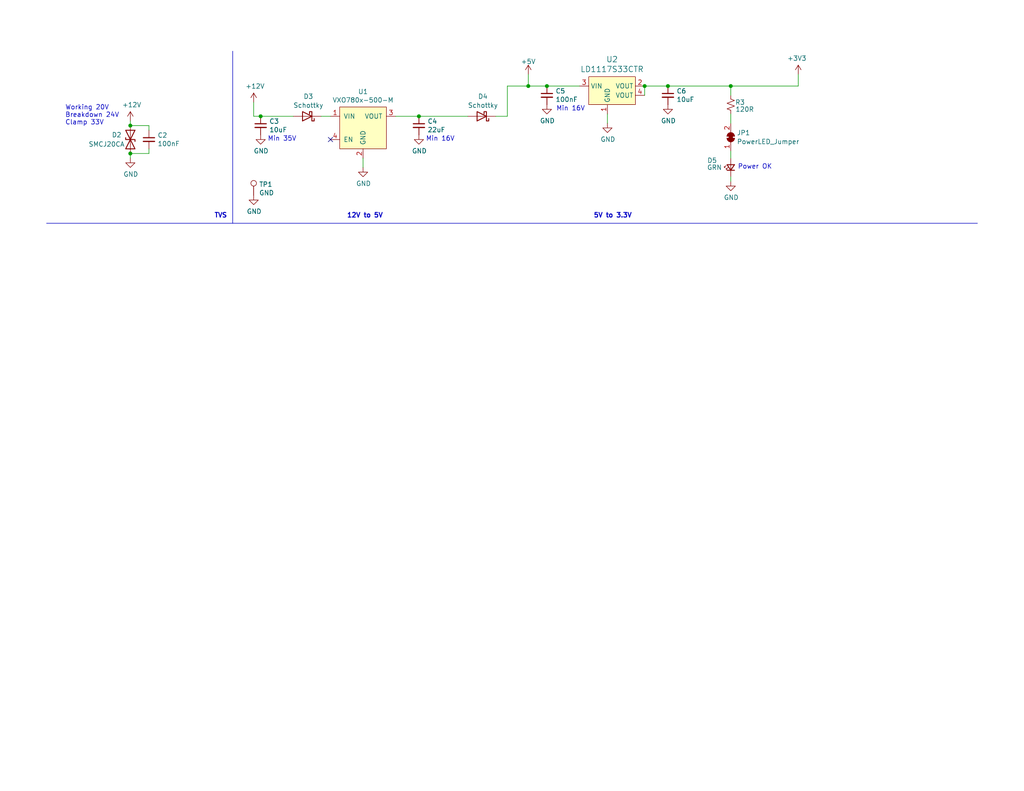
<source format=kicad_sch>
(kicad_sch (version 20231120) (generator "eeschema") (generator_version "8.0")
  (paper "USLetter")
  (title_block (title "dingoPDM-Max") (date "2024-09-06") (rev "v1.0") (comment 3 "github.com/corygrant") (comment 4 "Cory Grant"))
  (lib_symbols
    (symbol "CUI_Regulators:VXO780x-500-M" (pin_names (offset 1.016))
      (property "Reference" "U" (at 3.81 -7.62 0))
      (property "Value" "VXO780x-500-M" (at 0 6.35 0))
      (symbol "VXO780x-500-M_0_1"
        (rectangle (start -6.35 5.08) (end 6.35 -6.35) (fill (type background)))
      )
      (symbol "VXO780x-500-M_1_1"
        (pin power_in line (at -8.89 2.54 0) (length 2.54) (name "VIN") (number "1"))
        (pin power_in line (at 0 -8.89 90) (length 2.54) (name "GND") (number "2"))
        (pin power_out line (at 8.89 2.54 180) (length 2.54) (name "VOUT") (number "3"))
        (pin input line (at -8.89 -3.81 0) (length 2.54) (name "EN") (number "4"))
      )
    )
    (symbol "Connector:TestPoint" (pin_numbers hide) (pin_names (offset 0.762) hide)
      (property "Reference" "TP" (at 0 6.858 0))
      (property "Value" "TestPoint" (at 0 5.08 0))
      (symbol "TestPoint_0_1"
        (circle (center 0 3.302) (radius 0.762))
      )
      (symbol "TestPoint_1_1"
        (pin passive line (at 0 0 90) (length 2.54) (name "1") (number "1"))
      )
    )
    (symbol "Device:C_Small" (pin_numbers hide) (pin_names (offset 0.254) hide)
      (property "Reference" "C" (at 0.254 1.778 0))
      (property "Value" "C_Small" (at 0.254 -2.032 0))
      (symbol "C_Small_0_1"
        (polyline (pts (xy -1.524 -0.508) (xy 1.524 -0.508)) (stroke (width 0.3302)))
        (polyline (pts (xy -1.524 0.508) (xy 1.524 0.508)) (stroke (width 0.3048)))
      )
      (symbol "C_Small_1_1"
        (pin passive line (at 0 2.54 270) (length 2.032) (name "~") (number "1"))
        (pin passive line (at 0 -2.54 90) (length 2.032) (name "~") (number "2"))
      )
    )
    (symbol "Device:D_Schottky" (pin_numbers hide) (pin_names (offset 1.016) hide)
      (property "Reference" "D" (at 0 2.54 0))
      (property "Value" "D_Schottky" (at 0 -2.54 0))
      (symbol "D_Schottky_0_1"
        (polyline (pts (xy 1.27 0) (xy -1.27 0)))
        (polyline (pts (xy 1.27 1.27) (xy 1.27 -1.27) (xy -1.27 0) (xy 1.27 1.27)) (stroke (width 0.254)))
        (polyline (pts (xy -1.905 0.635) (xy -1.905 1.27) (xy -1.27 1.27) (xy -1.27 -1.27) (xy -0.635 -1.27) (xy -0.635 -0.635)) (stroke (width 0.254)))
      )
      (symbol "D_Schottky_1_1"
        (pin passive line (at -3.81 0 0) (length 2.54) (name "K") (number "1"))
        (pin passive line (at 3.81 0 180) (length 2.54) (name "A") (number "2"))
      )
    )
    (symbol "Device:D_TVS" (pin_numbers hide) (pin_names (offset 1.016) hide)
      (property "Reference" "D" (at 0 2.54 0))
      (property "Value" "D_TVS" (at 0 -2.54 0))
      (symbol "D_TVS_0_1"
        (polyline (pts (xy 1.27 0) (xy -1.27 0)))
        (polyline (pts (xy 0.508 1.27) (xy 0 1.27) (xy 0 -1.27) (xy -0.508 -1.27)) (stroke (width 0.254)))
        (polyline (pts (xy -2.54 1.27) (xy -2.54 -1.27) (xy 2.54 1.27) (xy 2.54 -1.27) (xy -2.54 1.27)) (stroke (width 0.254)))
      )
      (symbol "D_TVS_1_1"
        (pin passive line (at -3.81 0 0) (length 2.54) (name "A1") (number "1"))
        (pin passive line (at 3.81 0 180) (length 2.54) (name "A2") (number "2"))
      )
    )
    (symbol "Device:LED_Small" (pin_numbers hide) (pin_names (offset 0.254) hide)
      (property "Reference" "D" (at -1.27 3.175 0))
      (property "Value" "LED_Small" (at -4.445 -2.54 0))
      (symbol "LED_Small_0_1"
        (polyline (pts (xy -0.762 -1.016) (xy -0.762 1.016)) (stroke (width 0.254)))
        (polyline (pts (xy 1.016 0) (xy -0.762 0)))
        (polyline (pts (xy 0.762 -1.016) (xy -0.762 0) (xy 0.762 1.016) (xy 0.762 -1.016)) (stroke (width 0.254)))
        (polyline (pts (xy 0 0.762) (xy -0.508 1.27) (xy -0.254 1.27) (xy -0.508 1.27) (xy -0.508 1.016)))
        (polyline (pts (xy 0.508 1.27) (xy 0 1.778) (xy 0.254 1.778) (xy 0 1.778) (xy 0 1.524)))
      )
      (symbol "LED_Small_1_1"
        (pin passive line (at -2.54 0 0) (length 1.778) (name "K") (number "1"))
        (pin passive line (at 2.54 0 180) (length 1.778) (name "A") (number "2"))
      )
    )
    (symbol "Device:R_Small_US" (pin_numbers hide) (pin_names (offset 0.254) hide)
      (property "Reference" "R" (at 0.762 0.508 0))
      (property "Value" "R_Small_US" (at 0.762 -1.016 0))
      (symbol "R_Small_US_1_1"
        (polyline (pts (xy 0 0) (xy 1.016 -0.381) (xy 0 -0.762) (xy -1.016 -1.143) (xy 0 -1.524)))
        (polyline (pts (xy 0 1.524) (xy 1.016 1.143) (xy 0 0.762) (xy -1.016 0.381) (xy 0 0)))
        (pin passive line (at 0 2.54 270) (length 1.016) (name "~") (number "1"))
        (pin passive line (at 0 -2.54 90) (length 1.016) (name "~") (number "2"))
      )
    )
    (symbol "Jumper:SolderJumper_2_Bridged" (pin_names (offset 0) hide)
      (property "Reference" "JP" (at 0 2.032 0))
      (property "Value" "SolderJumper_2_Bridged" (at 0 -2.54 0))
      (symbol "SolderJumper_2_Bridged_0_1"
        (rectangle (start -0.508 0.508) (end 0.508 -0.508) (fill (type outline)))
        (arc (start -0.254 1.016) (mid -1.2656 0) (end -0.254 -1.016))
        (arc (start -0.254 1.016) (mid -1.2656 0) (end -0.254 -1.016) (fill (type outline)))
        (polyline (pts (xy -0.254 1.016) (xy -0.254 -1.016)))
        (polyline (pts (xy 0.254 1.016) (xy 0.254 -1.016)))
        (arc (start 0.254 -1.016) (mid 1.2656 0) (end 0.254 1.016))
        (arc (start 0.254 -1.016) (mid 1.2656 0) (end 0.254 1.016) (fill (type outline)))
      )
      (symbol "SolderJumper_2_Bridged_1_1"
        (pin passive line (at -3.81 0 0) (length 2.54) (name "A") (number "1"))
        (pin passive line (at 3.81 0 180) (length 2.54) (name "B") (number "2"))
      )
    )
    (symbol "dk_PMIC-Voltage-Regulators-Linear:LD1117S33CTR"
      (property "Reference" "U" (at 1.27 3.81 0))
      (property "Value" "LD1117S33CTR" (at 1.27 6.35 0))
      (symbol "LD1117S33CTR_1_1"
        (rectangle (start -5.08 2.54) (end 7.62 -5.08) (fill (type background)))
        (pin power_in line (at 0 -7.62 90) (length 2.54) (name "GND") (number "1"))
        (pin power_out line (at 10.16 0 180) (length 2.54) (name "VOUT") (number "2"))
        (pin power_in line (at -7.62 0 0) (length 2.54) (name "VIN") (number "3"))
        (pin power_out line (at 10.16 -2.54 180) (length 2.54) (name "VOUT") (number "4"))
      )
    )
    (symbol "power:+12V" (power) (pin_names (offset 0))
      (property "Value" "+12V" (at 0 3.556 0))
      (symbol "+12V_0_1"
        (polyline (pts (xy -0.762 1.27) (xy 0 2.54)))
        (polyline (pts (xy 0 0) (xy 0 2.54)))
        (polyline (pts (xy 0 2.54) (xy 0.762 1.27)))
      )
      (symbol "+12V_1_1"
        (pin power_in line (at 0 0 90) (length 0) hide (name "+12V") (number "1"))
      )
    )
    (symbol "power:+3V3" (power) (pin_names (offset 0))
      (property "Value" "+3V3" (at 0 3.556 0))
      (symbol "+3V3_0_1"
        (polyline (pts (xy -0.762 1.27) (xy 0 2.54)))
        (polyline (pts (xy 0 0) (xy 0 2.54)))
        (polyline (pts (xy 0 2.54) (xy 0.762 1.27)))
      )
      (symbol "+3V3_1_1"
        (pin power_in line (at 0 0 90) (length 0) hide (name "+3V3") (number "1"))
      )
    )
    (symbol "power:+5V" (power) (pin_names (offset 0))
      (property "Value" "+5V" (at 0 3.556 0))
      (symbol "+5V_0_1"
        (polyline (pts (xy -0.762 1.27) (xy 0 2.54)))
        (polyline (pts (xy 0 0) (xy 0 2.54)))
        (polyline (pts (xy 0 2.54) (xy 0.762 1.27)))
      )
      (symbol "+5V_1_1"
        (pin power_in line (at 0 0 90) (length 0) hide (name "+5V") (number "1"))
      )
    )
    (symbol "power:GND" (power) (pin_names (offset 0))
      (property "Value" "GND" (at 0 -3.81 0))
      (symbol "GND_0_1"
        (polyline (pts (xy 0 0) (xy 0 -1.27) (xy 1.27 -1.27) (xy 0 -2.54) (xy -1.27 -1.27) (xy 0 -1.27)))
      )
      (symbol "GND_1_1"
        (pin power_in line (at 0 0 270) (length 0) hide (name "GND") (number "1"))
      )
    )
  )
  (junction (at 35.56 41.91))
  (junction (at 175.895 23.495))
  (junction (at 199.39 23.495))
  (junction (at 144.145 23.495))
  (junction (at 71.12 31.75))
  (junction (at 114.3 31.75))
  (junction (at 149.225 23.495))
  (junction (at 35.56 34.29))
  (junction (at 182.245 23.495))
  (no_connect (at 90.17 38.1))
  (wire (pts (xy 217.805 20.32) (xy 217.805 23.495)))
  (wire (pts (xy 35.56 41.91) (xy 40.64 41.91)))
  (wire (pts (xy 107.95 31.75) (xy 114.3 31.75)))
  (polyline (pts (xy 12.7 60.96) (xy 266.7 60.96)))
  (wire (pts (xy 135.255 31.75) (xy 138.43 31.75)))
  (wire (pts (xy 138.43 31.75) (xy 138.43 23.495)))
  (polyline (pts (xy 63.5 13.97) (xy 63.5 60.96)))
  (wire (pts (xy 144.145 23.495) (xy 149.225 23.495)))
  (wire (pts (xy 199.39 41.275) (xy 199.39 43.18)))
  (wire (pts (xy 114.3 31.75) (xy 127.635 31.75)))
  (wire (pts (xy 175.895 26.035) (xy 175.895 23.495)))
  (wire (pts (xy 199.39 31.115) (xy 199.39 33.655)))
  (wire (pts (xy 69.215 27.94) (xy 69.215 31.75)))
  (wire (pts (xy 71.12 31.75) (xy 80.01 31.75)))
  (wire (pts (xy 175.895 23.495) (xy 182.245 23.495)))
  (wire (pts (xy 35.56 34.29) (xy 40.64 34.29)))
  (wire (pts (xy 158.115 23.495) (xy 149.225 23.495)))
  (wire (pts (xy 69.215 31.75) (xy 71.12 31.75)))
  (wire (pts (xy 199.39 23.495) (xy 217.805 23.495)))
  (wire (pts (xy 40.64 34.29) (xy 40.64 35.56)))
  (wire (pts (xy 199.39 49.53) (xy 199.39 48.26)))
  (wire (pts (xy 199.39 23.495) (xy 199.39 26.035)))
  (wire (pts (xy 138.43 23.495) (xy 144.145 23.495)))
  (wire (pts (xy 87.63 31.75) (xy 90.17 31.75)))
  (wire (pts (xy 99.06 43.18) (xy 99.06 45.72)))
  (wire (pts (xy 35.56 33.02) (xy 35.56 34.29)))
  (wire (pts (xy 144.145 20.32) (xy 144.145 23.495)))
  (wire (pts (xy 35.56 41.91) (xy 35.56 43.18)))
  (wire (pts (xy 165.735 33.655) (xy 165.735 31.115)))
  (wire (pts (xy 40.64 41.91) (xy 40.64 40.64)))
  (wire (pts (xy 182.245 23.495) (xy 199.39 23.495)))
  (text "Min 16V" (at 116.205 38.735 0) (effects (font (size 1.27 1.27)) (justify left bottom)))
  (text "TVS" (at 58.42 59.69 0) (effects (font (size 1.27 1.27) (thickness 0.254) (bold yes)) (justify left bottom)))
  (text "Min 35V" (at 73.025 38.735 0) (effects (font (size 1.27 1.27)) (justify left bottom)))
  (text "Power OK" (at 201.295 46.355 0) (effects (font (size 1.27 1.27)) (justify left bottom)))
  (text "5V to 3.3V" (at 161.925 59.69 0) (effects (font (size 1.27 1.27) (thickness 0.254) (bold yes)) (justify left bottom)))
  (text "12V to 5V" (at 94.615 59.69 0) (effects (font (size 1.27 1.27) (thickness 0.254) (bold yes)) (justify left bottom)))
  (text "Min 16V" (at 151.765 30.48 0) (effects (font (size 1.27 1.27)) (justify left bottom)))
  (text "Working 20V\nBreakdown 24V\nClamp 33V" (at 17.78 34.29 0) (effects (font (size 1.27 1.27)) (justify left bottom)))
  (symbol (lib_id "power:+12V") (at 69.215 27.94 0) (unit 1)
    (property "Reference" "#PWR07" (effects (hide yes)))
    (property "Value" "+12V" (at 69.596 23.5458 0))
  )
  (symbol (lib_id "power:GND") (at 99.06 45.72 0) (unit 1)
    (property "Reference" "#PWR010" (effects (hide yes)))
    (property "Value" "GND" (at 99.187 50.1142 0))
  )
  (symbol (lib_id "power:GND") (at 35.56 43.18 0) (unit 1)
    (property "Reference" "#PWR06" (effects (hide yes)))
    (property "Value" "GND" (at 35.687 47.5742 0))
  )
  (symbol (lib_id "power:+12V") (at 35.56 33.02 0) (unit 1)
    (property "Reference" "#PWR05" (effects (hide yes)))
    (property "Value" "+12V" (at 35.941 28.6258 0))
  )
  (symbol (lib_id "Device:D_TVS") (at 35.56 38.1 270) (unit 1)
    (property "Reference" "D2" (at 30.48 36.83 90) (effects (justify left)))
    (property "Value" "SMCJ20CA" (at 24.13 39.37 90) (effects (justify left)))
    (property "Footprint" "digikey-footprints:DO-214AB_TVS" (effects (hide yes)))
    (property "Digi-Key_PN" "SMCJ20CABCT-ND" (effects (hide yes)))
    (property "LCSC" "C2760132" (effects (hide yes)))
  )
  (symbol (lib_id "Device:C_Small") (at 40.64 38.1 0) (unit 1)
    (property "Reference" "C2" (at 42.9768 36.9316 0) (effects (justify left)))
    (property "Value" "100nF" (at 42.9768 39.243 0) (effects (justify left)))
    (property "Footprint" "Capacitor_SMD:C_0805_2012Metric" (effects (hide yes)))
    (property "Digi-Key_PN" "478-1395-1-ND" (effects (hide yes)))
    (property "LCSC" "C49678" (effects (hide yes)))
  )
  (symbol (lib_id "CUI_Regulators:VXO780x-500-M") (at 99.06 34.29 0) (unit 1)
    (property "Reference" "U1" (at 99.06 25.019 0))
    (property "Value" "VXO780x-500-M" (at 99.06 27.3304 0))
    (property "Footprint" "CUI_Regulators:VXO78x-500-M" (effects (hide yes)))
    (property "Digi-Key_PN" "102-VXO7805-500-M-CT-ND" (effects (hide yes)))
  )
  (symbol (lib_id "Device:C_Small") (at 71.12 34.29 0) (unit 1)
    (property "Reference" "C3" (at 73.4568 33.1216 0) (effects (justify left)))
    (property "Value" "10uF" (at 73.4568 35.433 0) (effects (justify left)))
    (property "Footprint" "Capacitor_SMD:C_0805_2012Metric" (effects (hide yes)))
    (property "Digi-Key_PN" "445-11516-1-ND" (effects (hide yes)))
    (property "LCSC" "C15850" (effects (hide yes)))
  )
  (symbol (lib_id "Device:C_Small") (at 114.3 34.29 0) (unit 1)
    (property "Reference" "C4" (at 116.6368 33.1216 0) (effects (justify left)))
    (property "Value" "22uF" (at 116.6368 35.433 0) (effects (justify left)))
    (property "Footprint" "Capacitor_SMD:C_0805_2012Metric" (effects (hide yes)))
    (property "Digi-Key_PN" "490-10749-1-ND" (effects (hide yes)))
    (property "LCSC" "C45783" (effects (hide yes)))
  )
  (symbol (lib_id "power:GND") (at 114.3 36.83 0) (unit 1)
    (property "Reference" "#PWR011" (effects (hide yes)))
    (property "Value" "GND" (at 114.427 41.2242 0))
  )
  (symbol (lib_id "power:GND") (at 71.12 36.83 0) (unit 1)
    (property "Reference" "#PWR09" (effects (hide yes)))
    (property "Value" "GND" (at 71.247 41.2242 0))
  )
  (symbol (lib_id "dk_PMIC-Voltage-Regulators-Linear:LD1117S33CTR") (at 165.735 23.495 0) (unit 1)
    (property "Reference" "U2" (at 167.005 16.2052 0) (effects (font (size 1.524 1.524))))
    (property "Value" "LD1117S33CTR" (at 167.005 18.8976 0) (effects (font (size 1.524 1.524))))
    (property "Footprint" "digikey-footprints:SOT-223" (effects (hide yes)))
    (property "Digi-Key_PN" "497-1241-1-ND" (effects (hide yes)))
    (property "LCSC" "C35879" (effects (hide yes)))
  )
  (symbol (lib_id "Device:C_Small") (at 149.225 26.035 0) (unit 1)
    (property "Reference" "C5" (at 151.5618 24.8666 0) (effects (justify left)))
    (property "Value" "100nF" (at 151.5618 27.178 0) (effects (justify left)))
    (property "Footprint" "Capacitor_SMD:C_0805_2012Metric" (effects (hide yes)))
    (property "Digi-Key_PN" "478-1395-1-ND" (effects (hide yes)))
    (property "LCSC" "C49678" (effects (hide yes)))
  )
  (symbol (lib_id "power:+3V3") (at 217.805 20.32 0) (mirror y) (unit 1)
    (property "Reference" "#PWR017" (effects (hide yes)))
    (property "Value" "+3V3" (at 217.424 15.9258 0))
  )
  (symbol (lib_id "Device:C_Small") (at 182.245 26.035 0) (unit 1)
    (property "Reference" "C6" (at 184.5818 24.8666 0) (effects (justify left)))
    (property "Value" "10uF" (at 184.5818 27.178 0) (effects (justify left)))
    (property "Footprint" "Capacitor_SMD:C_0805_2012Metric" (effects (hide yes)))
    (property "Digi-Key_PN" "445-11516-1-ND" (effects (hide yes)))
    (property "LCSC" "C15850" (effects (hide yes)))
  )
  (symbol (lib_id "power:GND") (at 165.735 33.655 0) (unit 1)
    (property "Reference" "#PWR014" (effects (hide yes)))
    (property "Value" "GND" (at 165.862 38.0492 0))
  )
  (symbol (lib_id "power:GND") (at 149.225 28.575 0) (unit 1)
    (property "Reference" "#PWR013" (effects (hide yes)))
    (property "Value" "GND" (at 149.352 32.9692 0))
  )
  (symbol (lib_id "power:GND") (at 182.245 28.575 0) (unit 1)
    (property "Reference" "#PWR015" (effects (hide yes)))
    (property "Value" "GND" (at 182.372 32.9692 0))
  )
  (symbol (lib_id "Connector:TestPoint") (at 69.215 53.34 0) (unit 1)
    (property "Reference" "TP1" (at 70.6882 50.3428 0) (effects (justify left)))
    (property "Value" "GND" (at 70.6882 52.6542 0) (effects (justify left)))
    (property "Footprint" "TestPoint:TestPoint_Keystone_5000-5004_Miniature" (effects (hide yes)))
  )
  (symbol (lib_id "power:GND") (at 69.215 53.34 0) (unit 1)
    (property "Reference" "#PWR08" (effects (hide yes)))
    (property "Value" "GND" (at 69.342 57.7342 0))
  )
  (symbol (lib_id "Device:LED_Small") (at 199.39 45.72 90) (unit 1)
    (property "Reference" "D5" (at 194.31 43.815 90))
    (property "Value" "GRN" (at 194.945 45.72 90))
    (property "Footprint" "LED_SMD:LED_0805_2012Metric" (effects (hide yes)))
    (property "Digi-Key_PN" "475-1410-1-ND" (effects (hide yes)))
    (property "LCSC" "C2899888" (effects (hide yes)))
  )
  (symbol (lib_id "Device:R_Small_US") (at 199.39 28.575 180) (unit 1)
    (property "Reference" "R3" (at 201.93 27.94 0))
    (property "Value" "120R" (at 203.2 29.845 0))
    (property "Footprint" "Resistor_SMD:R_0805_2012Metric" (effects (hide yes)))
    (property "Digi-Key_PN" "311-120CRCT-ND" (effects (hide yes)))
    (property "LCSC" "C229076" (effects (hide yes)))
  )
  (symbol (lib_id "power:GND") (at 199.39 49.53 0) (unit 1)
    (property "Reference" "#PWR016" (effects (hide yes)))
    (property "Value" "GND" (at 199.517 53.9242 0))
  )
  (symbol (lib_id "Device:D_Schottky") (at 131.445 31.75 180) (unit 1)
    (property "Reference" "D4" (at 131.7625 26.3357 0))
    (property "Value" "Schottky" (at 131.7625 28.7599 0))
    (property "Footprint" "Diode_SMD:D_SOD-123" (effects (hide yes)))
    (property "Digi-Key_PN" "1727-2394-1-ND" (effects (hide yes)))
    (property "LCSC" "C179426" (effects (hide yes)))
  )
  (symbol (lib_id "power:+5V") (at 144.145 20.32 0) (unit 1)
    (property "Reference" "#PWR012" (effects (hide yes)))
    (property "Value" "+5V" (at 144.145 16.8181 0))
  )
  (symbol (lib_id "Jumper:SolderJumper_2_Bridged") (at 199.39 37.465 90) (unit 1)
    (property "Reference" "JP1" (at 201.041 36.2529 90) (effects (justify right)))
    (property "Value" "PowerLED_Jumper" (at 201.041 38.6771 90) (effects (justify right)))
    (property "Footprint" "Jumper:SolderJumper-2_P1.3mm_Bridged_RoundedPad1.0x1.5mm" (effects (hide yes)))
  )
  (symbol (lib_id "Device:D_Schottky") (at 83.82 31.75 180) (unit 1)
    (property "Reference" "D3" (at 84.1375 26.3357 0))
    (property "Value" "Schottky" (at 84.1375 28.7599 0))
    (property "Footprint" "Diode_SMD:D_SOD-123" (effects (hide yes)))
    (property "Digi-Key_PN" "1727-2394-1-ND" (effects (hide yes)))
    (property "LCSC" "C179426" (effects (hide yes)))
  )
)
</source>
